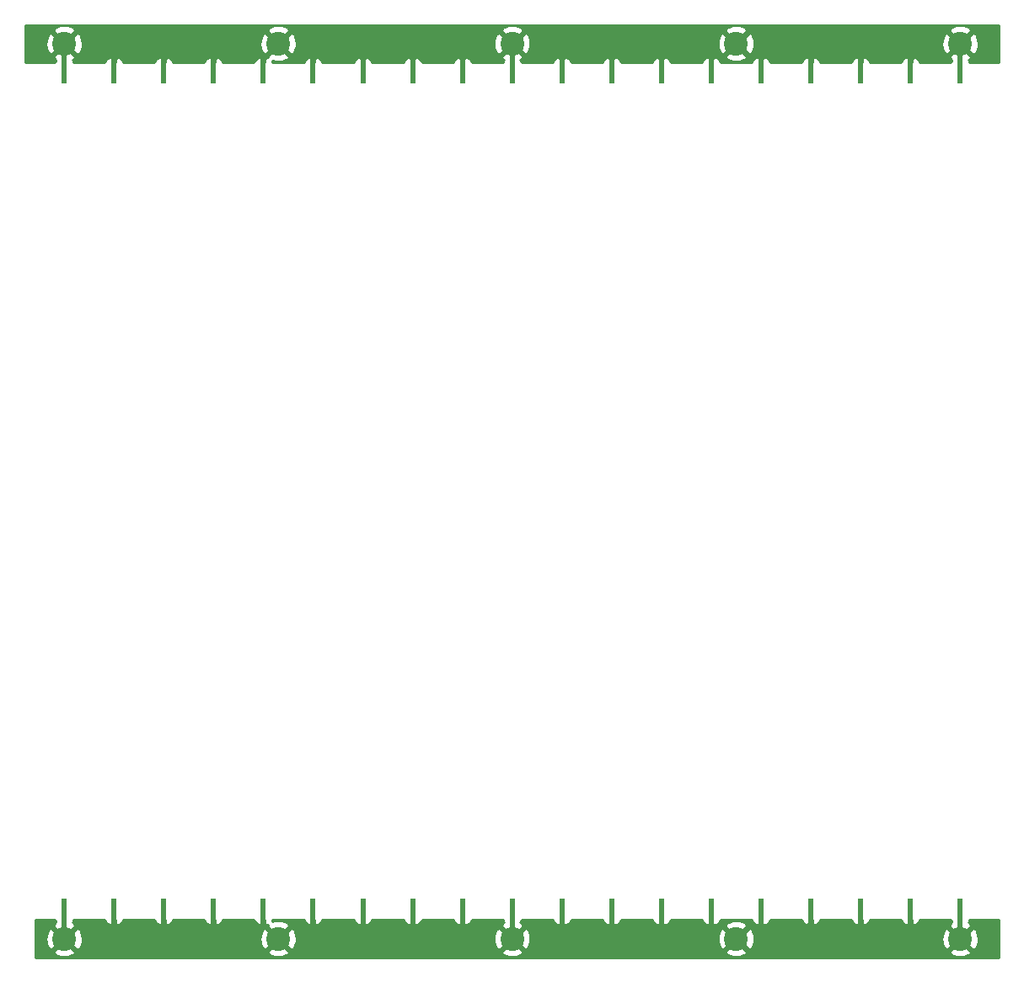
<source format=gbr>
G04 #@! TF.GenerationSoftware,KiCad,Pcbnew,5.1.5-1.fc30*
G04 #@! TF.CreationDate,2021-07-11T15:27:42+02:00*
G04 #@! TF.ProjectId,wire-haloscope,77697265-2d68-4616-9c6f-73636f70652e,rev?*
G04 #@! TF.SameCoordinates,Original*
G04 #@! TF.FileFunction,Copper,L1,Top*
G04 #@! TF.FilePolarity,Positive*
%FSLAX46Y46*%
G04 Gerber Fmt 4.6, Leading zero omitted, Abs format (unit mm)*
G04 Created by KiCad (PCBNEW 5.1.5-1.fc30) date 2021-07-11 15:27:42*
%MOMM*%
%LPD*%
G04 APERTURE LIST*
%ADD10R,0.600000X2.000000*%
%ADD11C,2.400000*%
%ADD12C,0.100000*%
%ADD13C,0.508000*%
%ADD14C,0.254000*%
G04 APERTURE END LIST*
D10*
X145000000Y-137000000D03*
X140000000Y-137000000D03*
X135000000Y-137000000D03*
X130000000Y-137000000D03*
X125000000Y-137000000D03*
X120000000Y-137000000D03*
X115000000Y-137000000D03*
X110000000Y-137000000D03*
X105000000Y-137000000D03*
X100000000Y-137000000D03*
X95000000Y-137000000D03*
X90000000Y-137000000D03*
X85000000Y-137000000D03*
X80000000Y-137000000D03*
X75000000Y-137000000D03*
X70000000Y-137000000D03*
X65000000Y-137000000D03*
X60000000Y-137000000D03*
X55000000Y-137000000D03*
X145000000Y-53000000D03*
X140000000Y-53000000D03*
X135000000Y-53000000D03*
X130000000Y-53000000D03*
X125000000Y-53000000D03*
X120000000Y-53000000D03*
X115000000Y-53000000D03*
X110000000Y-53000000D03*
X105000000Y-53000000D03*
X100000000Y-53000000D03*
X95000000Y-53000000D03*
X90000000Y-53000000D03*
X85000000Y-53000000D03*
X80000000Y-53000000D03*
X75000000Y-53000000D03*
X70000000Y-53000000D03*
X65000000Y-53000000D03*
X60000000Y-53000000D03*
X55000000Y-53000000D03*
D11*
X55000000Y-50000000D03*
X76500000Y-50000000D03*
X100000000Y-50000000D03*
X122500000Y-50000000D03*
X145000000Y-50000000D03*
X55000000Y-140000000D03*
X76500000Y-140000000D03*
X100000000Y-140000000D03*
X122500000Y-140000000D03*
X145000000Y-140000000D03*
D12*
X76500000Y-50000000D02*
X75300001Y-51199999D01*
X75300001Y-51199999D02*
X75000000Y-51500000D01*
X75000000Y-51500000D02*
X75000000Y-53000000D01*
D13*
X100000000Y-140000000D02*
X100000000Y-137000000D01*
X100000000Y-53000000D02*
X100000000Y-50000000D01*
X145000000Y-53000000D02*
X145000000Y-50000000D01*
X105000000Y-53000000D02*
X105000000Y-51000000D01*
X110000000Y-51492000D02*
X109500000Y-50992000D01*
X110000000Y-53000000D02*
X110000000Y-51492000D01*
X95000000Y-53000000D02*
X95000000Y-51500000D01*
X90000000Y-51492000D02*
X90500000Y-50992000D01*
X90000000Y-53000000D02*
X90000000Y-51492000D01*
X80000000Y-51492000D02*
X80500000Y-50992000D01*
X80000000Y-53000000D02*
X80000000Y-51492000D01*
X85000000Y-53000000D02*
X85000000Y-50500000D01*
X75000000Y-53000000D02*
X75000000Y-51492000D01*
X90000000Y-137000000D02*
X90000000Y-139000000D01*
X80000000Y-137000000D02*
X80000000Y-139000000D01*
X75000000Y-137000000D02*
X75000000Y-138500000D01*
X70000000Y-137000000D02*
X70000000Y-139500000D01*
X65000000Y-137000000D02*
X65000000Y-139500000D01*
X60000000Y-137000000D02*
X60000000Y-139000000D01*
X120000000Y-137000000D02*
X120000000Y-138508000D01*
X115000000Y-137000000D02*
X115000000Y-139500000D01*
X110000000Y-137000000D02*
X110000000Y-139500000D01*
X125000000Y-137000000D02*
X125000000Y-138508000D01*
X130000000Y-138508000D02*
X129500000Y-139008000D01*
X130000000Y-137000000D02*
X130000000Y-138508000D01*
X140000000Y-137000000D02*
X140000000Y-138508000D01*
X145000000Y-137000000D02*
X145000000Y-140000000D01*
X135000000Y-137000000D02*
X135000000Y-140000000D01*
X130000000Y-137000000D02*
X130000000Y-140000000D01*
X60000000Y-53000000D02*
X60000000Y-51492000D01*
X65000000Y-53000000D02*
X65000000Y-50500000D01*
X115000000Y-53000000D02*
X115000000Y-51000000D01*
X115000000Y-51000000D02*
X115000000Y-50500000D01*
X120000000Y-53000000D02*
X120000000Y-51000000D01*
X125000000Y-53000000D02*
X125000000Y-50500000D01*
X130000000Y-53000000D02*
X130000000Y-50500000D01*
X135000000Y-53000000D02*
X135000000Y-50000000D01*
X140000000Y-51492000D02*
X140500000Y-50992000D01*
X140000000Y-53000000D02*
X140000000Y-51492000D01*
X85000000Y-137000000D02*
X85000000Y-138508000D01*
X95000000Y-137000000D02*
X95000000Y-140000000D01*
X110000000Y-137000000D02*
X110000000Y-140500000D01*
X105000000Y-137000000D02*
X105000000Y-140000000D01*
X55000000Y-137000000D02*
X55000000Y-140000000D01*
X65000000Y-53000000D02*
X65000000Y-51492000D01*
X70000000Y-53000000D02*
X70000000Y-50000000D01*
X65000000Y-51492000D02*
X65000000Y-50000000D01*
X55000000Y-53000000D02*
X55000000Y-50000000D01*
D14*
G36*
X148873000Y-51873000D02*
G01*
X145925048Y-51873000D01*
X145889502Y-51755820D01*
X145830537Y-51645506D01*
X145828489Y-51643011D01*
X145978486Y-51562836D01*
X146098374Y-51277980D01*
X145000000Y-50179605D01*
X143901626Y-51277980D01*
X144021514Y-51562836D01*
X144174794Y-51639010D01*
X144169463Y-51645506D01*
X144110498Y-51755820D01*
X144074952Y-51873000D01*
X140925048Y-51873000D01*
X140889502Y-51755820D01*
X140830537Y-51645506D01*
X140751185Y-51548815D01*
X140654494Y-51469463D01*
X140544180Y-51410498D01*
X140424482Y-51374188D01*
X140300000Y-51361928D01*
X140285750Y-51365000D01*
X140127000Y-51523750D01*
X140127000Y-51873000D01*
X139873000Y-51873000D01*
X139873000Y-51523750D01*
X139714250Y-51365000D01*
X139700000Y-51361928D01*
X139575518Y-51374188D01*
X139455820Y-51410498D01*
X139345506Y-51469463D01*
X139248815Y-51548815D01*
X139169463Y-51645506D01*
X139110498Y-51755820D01*
X139074952Y-51873000D01*
X135925048Y-51873000D01*
X135889502Y-51755820D01*
X135830537Y-51645506D01*
X135751185Y-51548815D01*
X135654494Y-51469463D01*
X135544180Y-51410498D01*
X135424482Y-51374188D01*
X135300000Y-51361928D01*
X135285750Y-51365000D01*
X135127000Y-51523750D01*
X135127000Y-51873000D01*
X134873000Y-51873000D01*
X134873000Y-51523750D01*
X134714250Y-51365000D01*
X134700000Y-51361928D01*
X134575518Y-51374188D01*
X134455820Y-51410498D01*
X134345506Y-51469463D01*
X134248815Y-51548815D01*
X134169463Y-51645506D01*
X134110498Y-51755820D01*
X134074952Y-51873000D01*
X130925048Y-51873000D01*
X130889502Y-51755820D01*
X130830537Y-51645506D01*
X130751185Y-51548815D01*
X130654494Y-51469463D01*
X130544180Y-51410498D01*
X130424482Y-51374188D01*
X130300000Y-51361928D01*
X130285750Y-51365000D01*
X130127000Y-51523750D01*
X130127000Y-51873000D01*
X129873000Y-51873000D01*
X129873000Y-51523750D01*
X129714250Y-51365000D01*
X129700000Y-51361928D01*
X129575518Y-51374188D01*
X129455820Y-51410498D01*
X129345506Y-51469463D01*
X129248815Y-51548815D01*
X129169463Y-51645506D01*
X129110498Y-51755820D01*
X129074952Y-51873000D01*
X125925048Y-51873000D01*
X125889502Y-51755820D01*
X125830537Y-51645506D01*
X125751185Y-51548815D01*
X125654494Y-51469463D01*
X125544180Y-51410498D01*
X125424482Y-51374188D01*
X125300000Y-51361928D01*
X125285750Y-51365000D01*
X125127000Y-51523750D01*
X125127000Y-51873000D01*
X124873000Y-51873000D01*
X124873000Y-51523750D01*
X124714250Y-51365000D01*
X124700000Y-51361928D01*
X124575518Y-51374188D01*
X124455820Y-51410498D01*
X124345506Y-51469463D01*
X124248815Y-51548815D01*
X124169463Y-51645506D01*
X124110498Y-51755820D01*
X124074952Y-51873000D01*
X120925048Y-51873000D01*
X120889502Y-51755820D01*
X120830537Y-51645506D01*
X120751185Y-51548815D01*
X120654494Y-51469463D01*
X120544180Y-51410498D01*
X120424482Y-51374188D01*
X120300000Y-51361928D01*
X120285750Y-51365000D01*
X120127000Y-51523750D01*
X120127000Y-51873000D01*
X119873000Y-51873000D01*
X119873000Y-51523750D01*
X119714250Y-51365000D01*
X119700000Y-51361928D01*
X119575518Y-51374188D01*
X119455820Y-51410498D01*
X119345506Y-51469463D01*
X119248815Y-51548815D01*
X119169463Y-51645506D01*
X119110498Y-51755820D01*
X119074952Y-51873000D01*
X115925048Y-51873000D01*
X115889502Y-51755820D01*
X115830537Y-51645506D01*
X115751185Y-51548815D01*
X115654494Y-51469463D01*
X115544180Y-51410498D01*
X115424482Y-51374188D01*
X115300000Y-51361928D01*
X115285750Y-51365000D01*
X115127000Y-51523750D01*
X115127000Y-51873000D01*
X114873000Y-51873000D01*
X114873000Y-51523750D01*
X114714250Y-51365000D01*
X114700000Y-51361928D01*
X114575518Y-51374188D01*
X114455820Y-51410498D01*
X114345506Y-51469463D01*
X114248815Y-51548815D01*
X114169463Y-51645506D01*
X114110498Y-51755820D01*
X114074952Y-51873000D01*
X110925048Y-51873000D01*
X110889502Y-51755820D01*
X110830537Y-51645506D01*
X110751185Y-51548815D01*
X110654494Y-51469463D01*
X110544180Y-51410498D01*
X110424482Y-51374188D01*
X110300000Y-51361928D01*
X110285750Y-51365000D01*
X110127000Y-51523750D01*
X110127000Y-51873000D01*
X109873000Y-51873000D01*
X109873000Y-51523750D01*
X109714250Y-51365000D01*
X109700000Y-51361928D01*
X109575518Y-51374188D01*
X109455820Y-51410498D01*
X109345506Y-51469463D01*
X109248815Y-51548815D01*
X109169463Y-51645506D01*
X109110498Y-51755820D01*
X109074952Y-51873000D01*
X105925048Y-51873000D01*
X105889502Y-51755820D01*
X105830537Y-51645506D01*
X105751185Y-51548815D01*
X105654494Y-51469463D01*
X105544180Y-51410498D01*
X105424482Y-51374188D01*
X105300000Y-51361928D01*
X105285750Y-51365000D01*
X105127000Y-51523750D01*
X105127000Y-51873000D01*
X104873000Y-51873000D01*
X104873000Y-51523750D01*
X104714250Y-51365000D01*
X104700000Y-51361928D01*
X104575518Y-51374188D01*
X104455820Y-51410498D01*
X104345506Y-51469463D01*
X104248815Y-51548815D01*
X104169463Y-51645506D01*
X104110498Y-51755820D01*
X104074952Y-51873000D01*
X100925048Y-51873000D01*
X100889502Y-51755820D01*
X100830537Y-51645506D01*
X100828489Y-51643011D01*
X100978486Y-51562836D01*
X101098374Y-51277980D01*
X121401626Y-51277980D01*
X121521514Y-51562836D01*
X121845210Y-51723699D01*
X122194069Y-51818322D01*
X122554684Y-51843067D01*
X122913198Y-51796985D01*
X123255833Y-51681846D01*
X123478486Y-51562836D01*
X123598374Y-51277980D01*
X122500000Y-50179605D01*
X121401626Y-51277980D01*
X101098374Y-51277980D01*
X100000000Y-50179605D01*
X98901626Y-51277980D01*
X99021514Y-51562836D01*
X99174794Y-51639010D01*
X99169463Y-51645506D01*
X99110498Y-51755820D01*
X99074952Y-51873000D01*
X95925048Y-51873000D01*
X95889502Y-51755820D01*
X95830537Y-51645506D01*
X95751185Y-51548815D01*
X95654494Y-51469463D01*
X95544180Y-51410498D01*
X95424482Y-51374188D01*
X95300000Y-51361928D01*
X95285750Y-51365000D01*
X95127000Y-51523750D01*
X95127000Y-51873000D01*
X94873000Y-51873000D01*
X94873000Y-51523750D01*
X94714250Y-51365000D01*
X94700000Y-51361928D01*
X94575518Y-51374188D01*
X94455820Y-51410498D01*
X94345506Y-51469463D01*
X94248815Y-51548815D01*
X94169463Y-51645506D01*
X94110498Y-51755820D01*
X94074952Y-51873000D01*
X90925048Y-51873000D01*
X90889502Y-51755820D01*
X90830537Y-51645506D01*
X90751185Y-51548815D01*
X90654494Y-51469463D01*
X90544180Y-51410498D01*
X90424482Y-51374188D01*
X90300000Y-51361928D01*
X90285750Y-51365000D01*
X90127000Y-51523750D01*
X90127000Y-51873000D01*
X89873000Y-51873000D01*
X89873000Y-51523750D01*
X89714250Y-51365000D01*
X89700000Y-51361928D01*
X89575518Y-51374188D01*
X89455820Y-51410498D01*
X89345506Y-51469463D01*
X89248815Y-51548815D01*
X89169463Y-51645506D01*
X89110498Y-51755820D01*
X89074952Y-51873000D01*
X85925048Y-51873000D01*
X85889502Y-51755820D01*
X85830537Y-51645506D01*
X85751185Y-51548815D01*
X85654494Y-51469463D01*
X85544180Y-51410498D01*
X85424482Y-51374188D01*
X85300000Y-51361928D01*
X85285750Y-51365000D01*
X85127000Y-51523750D01*
X85127000Y-51873000D01*
X84873000Y-51873000D01*
X84873000Y-51523750D01*
X84714250Y-51365000D01*
X84700000Y-51361928D01*
X84575518Y-51374188D01*
X84455820Y-51410498D01*
X84345506Y-51469463D01*
X84248815Y-51548815D01*
X84169463Y-51645506D01*
X84110498Y-51755820D01*
X84074952Y-51873000D01*
X80925048Y-51873000D01*
X80889502Y-51755820D01*
X80830537Y-51645506D01*
X80751185Y-51548815D01*
X80654494Y-51469463D01*
X80544180Y-51410498D01*
X80424482Y-51374188D01*
X80300000Y-51361928D01*
X80285750Y-51365000D01*
X80127000Y-51523750D01*
X80127000Y-51873000D01*
X79873000Y-51873000D01*
X79873000Y-51523750D01*
X79714250Y-51365000D01*
X79700000Y-51361928D01*
X79575518Y-51374188D01*
X79455820Y-51410498D01*
X79345506Y-51469463D01*
X79248815Y-51548815D01*
X79169463Y-51645506D01*
X79110498Y-51755820D01*
X79074952Y-51873000D01*
X75925048Y-51873000D01*
X75889502Y-51755820D01*
X75876932Y-51732303D01*
X76194069Y-51818322D01*
X76554684Y-51843067D01*
X76913198Y-51796985D01*
X77255833Y-51681846D01*
X77478486Y-51562836D01*
X77598374Y-51277980D01*
X76500000Y-50179605D01*
X75401626Y-51277980D01*
X75444698Y-51380321D01*
X75424482Y-51374188D01*
X75300000Y-51361928D01*
X75285750Y-51365000D01*
X75127000Y-51523750D01*
X75127000Y-51873000D01*
X74873000Y-51873000D01*
X74873000Y-51523750D01*
X74714250Y-51365000D01*
X74700000Y-51361928D01*
X74575518Y-51374188D01*
X74455820Y-51410498D01*
X74345506Y-51469463D01*
X74248815Y-51548815D01*
X74169463Y-51645506D01*
X74110498Y-51755820D01*
X74074952Y-51873000D01*
X70925048Y-51873000D01*
X70889502Y-51755820D01*
X70830537Y-51645506D01*
X70751185Y-51548815D01*
X70654494Y-51469463D01*
X70544180Y-51410498D01*
X70424482Y-51374188D01*
X70300000Y-51361928D01*
X70285750Y-51365000D01*
X70127000Y-51523750D01*
X70127000Y-51873000D01*
X69873000Y-51873000D01*
X69873000Y-51523750D01*
X69714250Y-51365000D01*
X69700000Y-51361928D01*
X69575518Y-51374188D01*
X69455820Y-51410498D01*
X69345506Y-51469463D01*
X69248815Y-51548815D01*
X69169463Y-51645506D01*
X69110498Y-51755820D01*
X69074952Y-51873000D01*
X65925048Y-51873000D01*
X65889502Y-51755820D01*
X65830537Y-51645506D01*
X65751185Y-51548815D01*
X65654494Y-51469463D01*
X65544180Y-51410498D01*
X65424482Y-51374188D01*
X65300000Y-51361928D01*
X65285750Y-51365000D01*
X65127000Y-51523750D01*
X65127000Y-51873000D01*
X64873000Y-51873000D01*
X64873000Y-51523750D01*
X64714250Y-51365000D01*
X64700000Y-51361928D01*
X64575518Y-51374188D01*
X64455820Y-51410498D01*
X64345506Y-51469463D01*
X64248815Y-51548815D01*
X64169463Y-51645506D01*
X64110498Y-51755820D01*
X64074952Y-51873000D01*
X60925048Y-51873000D01*
X60889502Y-51755820D01*
X60830537Y-51645506D01*
X60751185Y-51548815D01*
X60654494Y-51469463D01*
X60544180Y-51410498D01*
X60424482Y-51374188D01*
X60300000Y-51361928D01*
X60285750Y-51365000D01*
X60127000Y-51523750D01*
X60127000Y-51873000D01*
X59873000Y-51873000D01*
X59873000Y-51523750D01*
X59714250Y-51365000D01*
X59700000Y-51361928D01*
X59575518Y-51374188D01*
X59455820Y-51410498D01*
X59345506Y-51469463D01*
X59248815Y-51548815D01*
X59169463Y-51645506D01*
X59110498Y-51755820D01*
X59074952Y-51873000D01*
X55925048Y-51873000D01*
X55889502Y-51755820D01*
X55830537Y-51645506D01*
X55828489Y-51643011D01*
X55978486Y-51562836D01*
X56098374Y-51277980D01*
X55000000Y-50179605D01*
X53901626Y-51277980D01*
X54021514Y-51562836D01*
X54174794Y-51639010D01*
X54169463Y-51645506D01*
X54110498Y-51755820D01*
X54074952Y-51873000D01*
X51127000Y-51873000D01*
X51127000Y-50054684D01*
X53156933Y-50054684D01*
X53203015Y-50413198D01*
X53318154Y-50755833D01*
X53437164Y-50978486D01*
X53722020Y-51098374D01*
X54820395Y-50000000D01*
X55179605Y-50000000D01*
X56277980Y-51098374D01*
X56562836Y-50978486D01*
X56723699Y-50654790D01*
X56818322Y-50305931D01*
X56835562Y-50054684D01*
X74656933Y-50054684D01*
X74703015Y-50413198D01*
X74818154Y-50755833D01*
X74937164Y-50978486D01*
X75222020Y-51098374D01*
X76320395Y-50000000D01*
X76679605Y-50000000D01*
X77777980Y-51098374D01*
X78062836Y-50978486D01*
X78223699Y-50654790D01*
X78318322Y-50305931D01*
X78335562Y-50054684D01*
X98156933Y-50054684D01*
X98203015Y-50413198D01*
X98318154Y-50755833D01*
X98437164Y-50978486D01*
X98722020Y-51098374D01*
X99820395Y-50000000D01*
X100179605Y-50000000D01*
X101277980Y-51098374D01*
X101562836Y-50978486D01*
X101723699Y-50654790D01*
X101818322Y-50305931D01*
X101835562Y-50054684D01*
X120656933Y-50054684D01*
X120703015Y-50413198D01*
X120818154Y-50755833D01*
X120937164Y-50978486D01*
X121222020Y-51098374D01*
X122320395Y-50000000D01*
X122679605Y-50000000D01*
X123777980Y-51098374D01*
X124062836Y-50978486D01*
X124223699Y-50654790D01*
X124318322Y-50305931D01*
X124335562Y-50054684D01*
X143156933Y-50054684D01*
X143203015Y-50413198D01*
X143318154Y-50755833D01*
X143437164Y-50978486D01*
X143722020Y-51098374D01*
X144820395Y-50000000D01*
X145179605Y-50000000D01*
X146277980Y-51098374D01*
X146562836Y-50978486D01*
X146723699Y-50654790D01*
X146818322Y-50305931D01*
X146843067Y-49945316D01*
X146796985Y-49586802D01*
X146681846Y-49244167D01*
X146562836Y-49021514D01*
X146277980Y-48901626D01*
X145179605Y-50000000D01*
X144820395Y-50000000D01*
X143722020Y-48901626D01*
X143437164Y-49021514D01*
X143276301Y-49345210D01*
X143181678Y-49694069D01*
X143156933Y-50054684D01*
X124335562Y-50054684D01*
X124343067Y-49945316D01*
X124296985Y-49586802D01*
X124181846Y-49244167D01*
X124062836Y-49021514D01*
X123777980Y-48901626D01*
X122679605Y-50000000D01*
X122320395Y-50000000D01*
X121222020Y-48901626D01*
X120937164Y-49021514D01*
X120776301Y-49345210D01*
X120681678Y-49694069D01*
X120656933Y-50054684D01*
X101835562Y-50054684D01*
X101843067Y-49945316D01*
X101796985Y-49586802D01*
X101681846Y-49244167D01*
X101562836Y-49021514D01*
X101277980Y-48901626D01*
X100179605Y-50000000D01*
X99820395Y-50000000D01*
X98722020Y-48901626D01*
X98437164Y-49021514D01*
X98276301Y-49345210D01*
X98181678Y-49694069D01*
X98156933Y-50054684D01*
X78335562Y-50054684D01*
X78343067Y-49945316D01*
X78296985Y-49586802D01*
X78181846Y-49244167D01*
X78062836Y-49021514D01*
X77777980Y-48901626D01*
X76679605Y-50000000D01*
X76320395Y-50000000D01*
X75222020Y-48901626D01*
X74937164Y-49021514D01*
X74776301Y-49345210D01*
X74681678Y-49694069D01*
X74656933Y-50054684D01*
X56835562Y-50054684D01*
X56843067Y-49945316D01*
X56796985Y-49586802D01*
X56681846Y-49244167D01*
X56562836Y-49021514D01*
X56277980Y-48901626D01*
X55179605Y-50000000D01*
X54820395Y-50000000D01*
X53722020Y-48901626D01*
X53437164Y-49021514D01*
X53276301Y-49345210D01*
X53181678Y-49694069D01*
X53156933Y-50054684D01*
X51127000Y-50054684D01*
X51127000Y-48722020D01*
X53901626Y-48722020D01*
X55000000Y-49820395D01*
X56098374Y-48722020D01*
X75401626Y-48722020D01*
X76500000Y-49820395D01*
X77598374Y-48722020D01*
X98901626Y-48722020D01*
X100000000Y-49820395D01*
X101098374Y-48722020D01*
X121401626Y-48722020D01*
X122500000Y-49820395D01*
X123598374Y-48722020D01*
X143901626Y-48722020D01*
X145000000Y-49820395D01*
X146098374Y-48722020D01*
X145978486Y-48437164D01*
X145654790Y-48276301D01*
X145305931Y-48181678D01*
X144945316Y-48156933D01*
X144586802Y-48203015D01*
X144244167Y-48318154D01*
X144021514Y-48437164D01*
X143901626Y-48722020D01*
X123598374Y-48722020D01*
X123478486Y-48437164D01*
X123154790Y-48276301D01*
X122805931Y-48181678D01*
X122445316Y-48156933D01*
X122086802Y-48203015D01*
X121744167Y-48318154D01*
X121521514Y-48437164D01*
X121401626Y-48722020D01*
X101098374Y-48722020D01*
X100978486Y-48437164D01*
X100654790Y-48276301D01*
X100305931Y-48181678D01*
X99945316Y-48156933D01*
X99586802Y-48203015D01*
X99244167Y-48318154D01*
X99021514Y-48437164D01*
X98901626Y-48722020D01*
X77598374Y-48722020D01*
X77478486Y-48437164D01*
X77154790Y-48276301D01*
X76805931Y-48181678D01*
X76445316Y-48156933D01*
X76086802Y-48203015D01*
X75744167Y-48318154D01*
X75521514Y-48437164D01*
X75401626Y-48722020D01*
X56098374Y-48722020D01*
X55978486Y-48437164D01*
X55654790Y-48276301D01*
X55305931Y-48181678D01*
X54945316Y-48156933D01*
X54586802Y-48203015D01*
X54244167Y-48318154D01*
X54021514Y-48437164D01*
X53901626Y-48722020D01*
X51127000Y-48722020D01*
X51127000Y-48127000D01*
X148873000Y-48127000D01*
X148873000Y-51873000D01*
G37*
X148873000Y-51873000D02*
X145925048Y-51873000D01*
X145889502Y-51755820D01*
X145830537Y-51645506D01*
X145828489Y-51643011D01*
X145978486Y-51562836D01*
X146098374Y-51277980D01*
X145000000Y-50179605D01*
X143901626Y-51277980D01*
X144021514Y-51562836D01*
X144174794Y-51639010D01*
X144169463Y-51645506D01*
X144110498Y-51755820D01*
X144074952Y-51873000D01*
X140925048Y-51873000D01*
X140889502Y-51755820D01*
X140830537Y-51645506D01*
X140751185Y-51548815D01*
X140654494Y-51469463D01*
X140544180Y-51410498D01*
X140424482Y-51374188D01*
X140300000Y-51361928D01*
X140285750Y-51365000D01*
X140127000Y-51523750D01*
X140127000Y-51873000D01*
X139873000Y-51873000D01*
X139873000Y-51523750D01*
X139714250Y-51365000D01*
X139700000Y-51361928D01*
X139575518Y-51374188D01*
X139455820Y-51410498D01*
X139345506Y-51469463D01*
X139248815Y-51548815D01*
X139169463Y-51645506D01*
X139110498Y-51755820D01*
X139074952Y-51873000D01*
X135925048Y-51873000D01*
X135889502Y-51755820D01*
X135830537Y-51645506D01*
X135751185Y-51548815D01*
X135654494Y-51469463D01*
X135544180Y-51410498D01*
X135424482Y-51374188D01*
X135300000Y-51361928D01*
X135285750Y-51365000D01*
X135127000Y-51523750D01*
X135127000Y-51873000D01*
X134873000Y-51873000D01*
X134873000Y-51523750D01*
X134714250Y-51365000D01*
X134700000Y-51361928D01*
X134575518Y-51374188D01*
X134455820Y-51410498D01*
X134345506Y-51469463D01*
X134248815Y-51548815D01*
X134169463Y-51645506D01*
X134110498Y-51755820D01*
X134074952Y-51873000D01*
X130925048Y-51873000D01*
X130889502Y-51755820D01*
X130830537Y-51645506D01*
X130751185Y-51548815D01*
X130654494Y-51469463D01*
X130544180Y-51410498D01*
X130424482Y-51374188D01*
X130300000Y-51361928D01*
X130285750Y-51365000D01*
X130127000Y-51523750D01*
X130127000Y-51873000D01*
X129873000Y-51873000D01*
X129873000Y-51523750D01*
X129714250Y-51365000D01*
X129700000Y-51361928D01*
X129575518Y-51374188D01*
X129455820Y-51410498D01*
X129345506Y-51469463D01*
X129248815Y-51548815D01*
X129169463Y-51645506D01*
X129110498Y-51755820D01*
X129074952Y-51873000D01*
X125925048Y-51873000D01*
X125889502Y-51755820D01*
X125830537Y-51645506D01*
X125751185Y-51548815D01*
X125654494Y-51469463D01*
X125544180Y-51410498D01*
X125424482Y-51374188D01*
X125300000Y-51361928D01*
X125285750Y-51365000D01*
X125127000Y-51523750D01*
X125127000Y-51873000D01*
X124873000Y-51873000D01*
X124873000Y-51523750D01*
X124714250Y-51365000D01*
X124700000Y-51361928D01*
X124575518Y-51374188D01*
X124455820Y-51410498D01*
X124345506Y-51469463D01*
X124248815Y-51548815D01*
X124169463Y-51645506D01*
X124110498Y-51755820D01*
X124074952Y-51873000D01*
X120925048Y-51873000D01*
X120889502Y-51755820D01*
X120830537Y-51645506D01*
X120751185Y-51548815D01*
X120654494Y-51469463D01*
X120544180Y-51410498D01*
X120424482Y-51374188D01*
X120300000Y-51361928D01*
X120285750Y-51365000D01*
X120127000Y-51523750D01*
X120127000Y-51873000D01*
X119873000Y-51873000D01*
X119873000Y-51523750D01*
X119714250Y-51365000D01*
X119700000Y-51361928D01*
X119575518Y-51374188D01*
X119455820Y-51410498D01*
X119345506Y-51469463D01*
X119248815Y-51548815D01*
X119169463Y-51645506D01*
X119110498Y-51755820D01*
X119074952Y-51873000D01*
X115925048Y-51873000D01*
X115889502Y-51755820D01*
X115830537Y-51645506D01*
X115751185Y-51548815D01*
X115654494Y-51469463D01*
X115544180Y-51410498D01*
X115424482Y-51374188D01*
X115300000Y-51361928D01*
X115285750Y-51365000D01*
X115127000Y-51523750D01*
X115127000Y-51873000D01*
X114873000Y-51873000D01*
X114873000Y-51523750D01*
X114714250Y-51365000D01*
X114700000Y-51361928D01*
X114575518Y-51374188D01*
X114455820Y-51410498D01*
X114345506Y-51469463D01*
X114248815Y-51548815D01*
X114169463Y-51645506D01*
X114110498Y-51755820D01*
X114074952Y-51873000D01*
X110925048Y-51873000D01*
X110889502Y-51755820D01*
X110830537Y-51645506D01*
X110751185Y-51548815D01*
X110654494Y-51469463D01*
X110544180Y-51410498D01*
X110424482Y-51374188D01*
X110300000Y-51361928D01*
X110285750Y-51365000D01*
X110127000Y-51523750D01*
X110127000Y-51873000D01*
X109873000Y-51873000D01*
X109873000Y-51523750D01*
X109714250Y-51365000D01*
X109700000Y-51361928D01*
X109575518Y-51374188D01*
X109455820Y-51410498D01*
X109345506Y-51469463D01*
X109248815Y-51548815D01*
X109169463Y-51645506D01*
X109110498Y-51755820D01*
X109074952Y-51873000D01*
X105925048Y-51873000D01*
X105889502Y-51755820D01*
X105830537Y-51645506D01*
X105751185Y-51548815D01*
X105654494Y-51469463D01*
X105544180Y-51410498D01*
X105424482Y-51374188D01*
X105300000Y-51361928D01*
X105285750Y-51365000D01*
X105127000Y-51523750D01*
X105127000Y-51873000D01*
X104873000Y-51873000D01*
X104873000Y-51523750D01*
X104714250Y-51365000D01*
X104700000Y-51361928D01*
X104575518Y-51374188D01*
X104455820Y-51410498D01*
X104345506Y-51469463D01*
X104248815Y-51548815D01*
X104169463Y-51645506D01*
X104110498Y-51755820D01*
X104074952Y-51873000D01*
X100925048Y-51873000D01*
X100889502Y-51755820D01*
X100830537Y-51645506D01*
X100828489Y-51643011D01*
X100978486Y-51562836D01*
X101098374Y-51277980D01*
X121401626Y-51277980D01*
X121521514Y-51562836D01*
X121845210Y-51723699D01*
X122194069Y-51818322D01*
X122554684Y-51843067D01*
X122913198Y-51796985D01*
X123255833Y-51681846D01*
X123478486Y-51562836D01*
X123598374Y-51277980D01*
X122500000Y-50179605D01*
X121401626Y-51277980D01*
X101098374Y-51277980D01*
X100000000Y-50179605D01*
X98901626Y-51277980D01*
X99021514Y-51562836D01*
X99174794Y-51639010D01*
X99169463Y-51645506D01*
X99110498Y-51755820D01*
X99074952Y-51873000D01*
X95925048Y-51873000D01*
X95889502Y-51755820D01*
X95830537Y-51645506D01*
X95751185Y-51548815D01*
X95654494Y-51469463D01*
X95544180Y-51410498D01*
X95424482Y-51374188D01*
X95300000Y-51361928D01*
X95285750Y-51365000D01*
X95127000Y-51523750D01*
X95127000Y-51873000D01*
X94873000Y-51873000D01*
X94873000Y-51523750D01*
X94714250Y-51365000D01*
X94700000Y-51361928D01*
X94575518Y-51374188D01*
X94455820Y-51410498D01*
X94345506Y-51469463D01*
X94248815Y-51548815D01*
X94169463Y-51645506D01*
X94110498Y-51755820D01*
X94074952Y-51873000D01*
X90925048Y-51873000D01*
X90889502Y-51755820D01*
X90830537Y-51645506D01*
X90751185Y-51548815D01*
X90654494Y-51469463D01*
X90544180Y-51410498D01*
X90424482Y-51374188D01*
X90300000Y-51361928D01*
X90285750Y-51365000D01*
X90127000Y-51523750D01*
X90127000Y-51873000D01*
X89873000Y-51873000D01*
X89873000Y-51523750D01*
X89714250Y-51365000D01*
X89700000Y-51361928D01*
X89575518Y-51374188D01*
X89455820Y-51410498D01*
X89345506Y-51469463D01*
X89248815Y-51548815D01*
X89169463Y-51645506D01*
X89110498Y-51755820D01*
X89074952Y-51873000D01*
X85925048Y-51873000D01*
X85889502Y-51755820D01*
X85830537Y-51645506D01*
X85751185Y-51548815D01*
X85654494Y-51469463D01*
X85544180Y-51410498D01*
X85424482Y-51374188D01*
X85300000Y-51361928D01*
X85285750Y-51365000D01*
X85127000Y-51523750D01*
X85127000Y-51873000D01*
X84873000Y-51873000D01*
X84873000Y-51523750D01*
X84714250Y-51365000D01*
X84700000Y-51361928D01*
X84575518Y-51374188D01*
X84455820Y-51410498D01*
X84345506Y-51469463D01*
X84248815Y-51548815D01*
X84169463Y-51645506D01*
X84110498Y-51755820D01*
X84074952Y-51873000D01*
X80925048Y-51873000D01*
X80889502Y-51755820D01*
X80830537Y-51645506D01*
X80751185Y-51548815D01*
X80654494Y-51469463D01*
X80544180Y-51410498D01*
X80424482Y-51374188D01*
X80300000Y-51361928D01*
X80285750Y-51365000D01*
X80127000Y-51523750D01*
X80127000Y-51873000D01*
X79873000Y-51873000D01*
X79873000Y-51523750D01*
X79714250Y-51365000D01*
X79700000Y-51361928D01*
X79575518Y-51374188D01*
X79455820Y-51410498D01*
X79345506Y-51469463D01*
X79248815Y-51548815D01*
X79169463Y-51645506D01*
X79110498Y-51755820D01*
X79074952Y-51873000D01*
X75925048Y-51873000D01*
X75889502Y-51755820D01*
X75876932Y-51732303D01*
X76194069Y-51818322D01*
X76554684Y-51843067D01*
X76913198Y-51796985D01*
X77255833Y-51681846D01*
X77478486Y-51562836D01*
X77598374Y-51277980D01*
X76500000Y-50179605D01*
X75401626Y-51277980D01*
X75444698Y-51380321D01*
X75424482Y-51374188D01*
X75300000Y-51361928D01*
X75285750Y-51365000D01*
X75127000Y-51523750D01*
X75127000Y-51873000D01*
X74873000Y-51873000D01*
X74873000Y-51523750D01*
X74714250Y-51365000D01*
X74700000Y-51361928D01*
X74575518Y-51374188D01*
X74455820Y-51410498D01*
X74345506Y-51469463D01*
X74248815Y-51548815D01*
X74169463Y-51645506D01*
X74110498Y-51755820D01*
X74074952Y-51873000D01*
X70925048Y-51873000D01*
X70889502Y-51755820D01*
X70830537Y-51645506D01*
X70751185Y-51548815D01*
X70654494Y-51469463D01*
X70544180Y-51410498D01*
X70424482Y-51374188D01*
X70300000Y-51361928D01*
X70285750Y-51365000D01*
X70127000Y-51523750D01*
X70127000Y-51873000D01*
X69873000Y-51873000D01*
X69873000Y-51523750D01*
X69714250Y-51365000D01*
X69700000Y-51361928D01*
X69575518Y-51374188D01*
X69455820Y-51410498D01*
X69345506Y-51469463D01*
X69248815Y-51548815D01*
X69169463Y-51645506D01*
X69110498Y-51755820D01*
X69074952Y-51873000D01*
X65925048Y-51873000D01*
X65889502Y-51755820D01*
X65830537Y-51645506D01*
X65751185Y-51548815D01*
X65654494Y-51469463D01*
X65544180Y-51410498D01*
X65424482Y-51374188D01*
X65300000Y-51361928D01*
X65285750Y-51365000D01*
X65127000Y-51523750D01*
X65127000Y-51873000D01*
X64873000Y-51873000D01*
X64873000Y-51523750D01*
X64714250Y-51365000D01*
X64700000Y-51361928D01*
X64575518Y-51374188D01*
X64455820Y-51410498D01*
X64345506Y-51469463D01*
X64248815Y-51548815D01*
X64169463Y-51645506D01*
X64110498Y-51755820D01*
X64074952Y-51873000D01*
X60925048Y-51873000D01*
X60889502Y-51755820D01*
X60830537Y-51645506D01*
X60751185Y-51548815D01*
X60654494Y-51469463D01*
X60544180Y-51410498D01*
X60424482Y-51374188D01*
X60300000Y-51361928D01*
X60285750Y-51365000D01*
X60127000Y-51523750D01*
X60127000Y-51873000D01*
X59873000Y-51873000D01*
X59873000Y-51523750D01*
X59714250Y-51365000D01*
X59700000Y-51361928D01*
X59575518Y-51374188D01*
X59455820Y-51410498D01*
X59345506Y-51469463D01*
X59248815Y-51548815D01*
X59169463Y-51645506D01*
X59110498Y-51755820D01*
X59074952Y-51873000D01*
X55925048Y-51873000D01*
X55889502Y-51755820D01*
X55830537Y-51645506D01*
X55828489Y-51643011D01*
X55978486Y-51562836D01*
X56098374Y-51277980D01*
X55000000Y-50179605D01*
X53901626Y-51277980D01*
X54021514Y-51562836D01*
X54174794Y-51639010D01*
X54169463Y-51645506D01*
X54110498Y-51755820D01*
X54074952Y-51873000D01*
X51127000Y-51873000D01*
X51127000Y-50054684D01*
X53156933Y-50054684D01*
X53203015Y-50413198D01*
X53318154Y-50755833D01*
X53437164Y-50978486D01*
X53722020Y-51098374D01*
X54820395Y-50000000D01*
X55179605Y-50000000D01*
X56277980Y-51098374D01*
X56562836Y-50978486D01*
X56723699Y-50654790D01*
X56818322Y-50305931D01*
X56835562Y-50054684D01*
X74656933Y-50054684D01*
X74703015Y-50413198D01*
X74818154Y-50755833D01*
X74937164Y-50978486D01*
X75222020Y-51098374D01*
X76320395Y-50000000D01*
X76679605Y-50000000D01*
X77777980Y-51098374D01*
X78062836Y-50978486D01*
X78223699Y-50654790D01*
X78318322Y-50305931D01*
X78335562Y-50054684D01*
X98156933Y-50054684D01*
X98203015Y-50413198D01*
X98318154Y-50755833D01*
X98437164Y-50978486D01*
X98722020Y-51098374D01*
X99820395Y-50000000D01*
X100179605Y-50000000D01*
X101277980Y-51098374D01*
X101562836Y-50978486D01*
X101723699Y-50654790D01*
X101818322Y-50305931D01*
X101835562Y-50054684D01*
X120656933Y-50054684D01*
X120703015Y-50413198D01*
X120818154Y-50755833D01*
X120937164Y-50978486D01*
X121222020Y-51098374D01*
X122320395Y-50000000D01*
X122679605Y-50000000D01*
X123777980Y-51098374D01*
X124062836Y-50978486D01*
X124223699Y-50654790D01*
X124318322Y-50305931D01*
X124335562Y-50054684D01*
X143156933Y-50054684D01*
X143203015Y-50413198D01*
X143318154Y-50755833D01*
X143437164Y-50978486D01*
X143722020Y-51098374D01*
X144820395Y-50000000D01*
X145179605Y-50000000D01*
X146277980Y-51098374D01*
X146562836Y-50978486D01*
X146723699Y-50654790D01*
X146818322Y-50305931D01*
X146843067Y-49945316D01*
X146796985Y-49586802D01*
X146681846Y-49244167D01*
X146562836Y-49021514D01*
X146277980Y-48901626D01*
X145179605Y-50000000D01*
X144820395Y-50000000D01*
X143722020Y-48901626D01*
X143437164Y-49021514D01*
X143276301Y-49345210D01*
X143181678Y-49694069D01*
X143156933Y-50054684D01*
X124335562Y-50054684D01*
X124343067Y-49945316D01*
X124296985Y-49586802D01*
X124181846Y-49244167D01*
X124062836Y-49021514D01*
X123777980Y-48901626D01*
X122679605Y-50000000D01*
X122320395Y-50000000D01*
X121222020Y-48901626D01*
X120937164Y-49021514D01*
X120776301Y-49345210D01*
X120681678Y-49694069D01*
X120656933Y-50054684D01*
X101835562Y-50054684D01*
X101843067Y-49945316D01*
X101796985Y-49586802D01*
X101681846Y-49244167D01*
X101562836Y-49021514D01*
X101277980Y-48901626D01*
X100179605Y-50000000D01*
X99820395Y-50000000D01*
X98722020Y-48901626D01*
X98437164Y-49021514D01*
X98276301Y-49345210D01*
X98181678Y-49694069D01*
X98156933Y-50054684D01*
X78335562Y-50054684D01*
X78343067Y-49945316D01*
X78296985Y-49586802D01*
X78181846Y-49244167D01*
X78062836Y-49021514D01*
X77777980Y-48901626D01*
X76679605Y-50000000D01*
X76320395Y-50000000D01*
X75222020Y-48901626D01*
X74937164Y-49021514D01*
X74776301Y-49345210D01*
X74681678Y-49694069D01*
X74656933Y-50054684D01*
X56835562Y-50054684D01*
X56843067Y-49945316D01*
X56796985Y-49586802D01*
X56681846Y-49244167D01*
X56562836Y-49021514D01*
X56277980Y-48901626D01*
X55179605Y-50000000D01*
X54820395Y-50000000D01*
X53722020Y-48901626D01*
X53437164Y-49021514D01*
X53276301Y-49345210D01*
X53181678Y-49694069D01*
X53156933Y-50054684D01*
X51127000Y-50054684D01*
X51127000Y-48722020D01*
X53901626Y-48722020D01*
X55000000Y-49820395D01*
X56098374Y-48722020D01*
X75401626Y-48722020D01*
X76500000Y-49820395D01*
X77598374Y-48722020D01*
X98901626Y-48722020D01*
X100000000Y-49820395D01*
X101098374Y-48722020D01*
X121401626Y-48722020D01*
X122500000Y-49820395D01*
X123598374Y-48722020D01*
X143901626Y-48722020D01*
X145000000Y-49820395D01*
X146098374Y-48722020D01*
X145978486Y-48437164D01*
X145654790Y-48276301D01*
X145305931Y-48181678D01*
X144945316Y-48156933D01*
X144586802Y-48203015D01*
X144244167Y-48318154D01*
X144021514Y-48437164D01*
X143901626Y-48722020D01*
X123598374Y-48722020D01*
X123478486Y-48437164D01*
X123154790Y-48276301D01*
X122805931Y-48181678D01*
X122445316Y-48156933D01*
X122086802Y-48203015D01*
X121744167Y-48318154D01*
X121521514Y-48437164D01*
X121401626Y-48722020D01*
X101098374Y-48722020D01*
X100978486Y-48437164D01*
X100654790Y-48276301D01*
X100305931Y-48181678D01*
X99945316Y-48156933D01*
X99586802Y-48203015D01*
X99244167Y-48318154D01*
X99021514Y-48437164D01*
X98901626Y-48722020D01*
X77598374Y-48722020D01*
X77478486Y-48437164D01*
X77154790Y-48276301D01*
X76805931Y-48181678D01*
X76445316Y-48156933D01*
X76086802Y-48203015D01*
X75744167Y-48318154D01*
X75521514Y-48437164D01*
X75401626Y-48722020D01*
X56098374Y-48722020D01*
X55978486Y-48437164D01*
X55654790Y-48276301D01*
X55305931Y-48181678D01*
X54945316Y-48156933D01*
X54586802Y-48203015D01*
X54244167Y-48318154D01*
X54021514Y-48437164D01*
X53901626Y-48722020D01*
X51127000Y-48722020D01*
X51127000Y-48127000D01*
X148873000Y-48127000D01*
X148873000Y-51873000D01*
G36*
X54110498Y-138244180D02*
G01*
X54169463Y-138354494D01*
X54171511Y-138356989D01*
X54021514Y-138437164D01*
X53901626Y-138722020D01*
X55000000Y-139820395D01*
X56098374Y-138722020D01*
X55978486Y-138437164D01*
X55825206Y-138360990D01*
X55830537Y-138354494D01*
X55889502Y-138244180D01*
X55925048Y-138127000D01*
X59074952Y-138127000D01*
X59110498Y-138244180D01*
X59169463Y-138354494D01*
X59248815Y-138451185D01*
X59345506Y-138530537D01*
X59455820Y-138589502D01*
X59575518Y-138625812D01*
X59700000Y-138638072D01*
X59714250Y-138635000D01*
X59873000Y-138476250D01*
X59873000Y-138127000D01*
X60127000Y-138127000D01*
X60127000Y-138476250D01*
X60285750Y-138635000D01*
X60300000Y-138638072D01*
X60424482Y-138625812D01*
X60544180Y-138589502D01*
X60654494Y-138530537D01*
X60751185Y-138451185D01*
X60830537Y-138354494D01*
X60889502Y-138244180D01*
X60925048Y-138127000D01*
X64074952Y-138127000D01*
X64110498Y-138244180D01*
X64169463Y-138354494D01*
X64248815Y-138451185D01*
X64345506Y-138530537D01*
X64455820Y-138589502D01*
X64575518Y-138625812D01*
X64700000Y-138638072D01*
X64714250Y-138635000D01*
X64873000Y-138476250D01*
X64873000Y-138127000D01*
X65127000Y-138127000D01*
X65127000Y-138476250D01*
X65285750Y-138635000D01*
X65300000Y-138638072D01*
X65424482Y-138625812D01*
X65544180Y-138589502D01*
X65654494Y-138530537D01*
X65751185Y-138451185D01*
X65830537Y-138354494D01*
X65889502Y-138244180D01*
X65925048Y-138127000D01*
X69074952Y-138127000D01*
X69110498Y-138244180D01*
X69169463Y-138354494D01*
X69248815Y-138451185D01*
X69345506Y-138530537D01*
X69455820Y-138589502D01*
X69575518Y-138625812D01*
X69700000Y-138638072D01*
X69714250Y-138635000D01*
X69873000Y-138476250D01*
X69873000Y-138127000D01*
X70127000Y-138127000D01*
X70127000Y-138476250D01*
X70285750Y-138635000D01*
X70300000Y-138638072D01*
X70424482Y-138625812D01*
X70544180Y-138589502D01*
X70654494Y-138530537D01*
X70751185Y-138451185D01*
X70830537Y-138354494D01*
X70889502Y-138244180D01*
X70925048Y-138127000D01*
X74074952Y-138127000D01*
X74110498Y-138244180D01*
X74169463Y-138354494D01*
X74248815Y-138451185D01*
X74345506Y-138530537D01*
X74455820Y-138589502D01*
X74575518Y-138625812D01*
X74700000Y-138638072D01*
X74714250Y-138635000D01*
X74873000Y-138476250D01*
X74873000Y-138127000D01*
X75127000Y-138127000D01*
X75127000Y-138476250D01*
X75285750Y-138635000D01*
X75300000Y-138638072D01*
X75424482Y-138625812D01*
X75444698Y-138619679D01*
X75401626Y-138722020D01*
X76500000Y-139820395D01*
X77598374Y-138722020D01*
X77478486Y-138437164D01*
X77154790Y-138276301D01*
X76805931Y-138181678D01*
X76445316Y-138156933D01*
X76086802Y-138203015D01*
X75873125Y-138274819D01*
X75889502Y-138244180D01*
X75925048Y-138127000D01*
X79074952Y-138127000D01*
X79110498Y-138244180D01*
X79169463Y-138354494D01*
X79248815Y-138451185D01*
X79345506Y-138530537D01*
X79455820Y-138589502D01*
X79575518Y-138625812D01*
X79700000Y-138638072D01*
X79714250Y-138635000D01*
X79873000Y-138476250D01*
X79873000Y-138127000D01*
X80127000Y-138127000D01*
X80127000Y-138476250D01*
X80285750Y-138635000D01*
X80300000Y-138638072D01*
X80424482Y-138625812D01*
X80544180Y-138589502D01*
X80654494Y-138530537D01*
X80751185Y-138451185D01*
X80830537Y-138354494D01*
X80889502Y-138244180D01*
X80925048Y-138127000D01*
X84074952Y-138127000D01*
X84110498Y-138244180D01*
X84169463Y-138354494D01*
X84248815Y-138451185D01*
X84345506Y-138530537D01*
X84455820Y-138589502D01*
X84575518Y-138625812D01*
X84700000Y-138638072D01*
X84714250Y-138635000D01*
X84873000Y-138476250D01*
X84873000Y-138127000D01*
X85127000Y-138127000D01*
X85127000Y-138476250D01*
X85285750Y-138635000D01*
X85300000Y-138638072D01*
X85424482Y-138625812D01*
X85544180Y-138589502D01*
X85654494Y-138530537D01*
X85751185Y-138451185D01*
X85830537Y-138354494D01*
X85889502Y-138244180D01*
X85925048Y-138127000D01*
X89074952Y-138127000D01*
X89110498Y-138244180D01*
X89169463Y-138354494D01*
X89248815Y-138451185D01*
X89345506Y-138530537D01*
X89455820Y-138589502D01*
X89575518Y-138625812D01*
X89700000Y-138638072D01*
X89714250Y-138635000D01*
X89873000Y-138476250D01*
X89873000Y-138127000D01*
X90127000Y-138127000D01*
X90127000Y-138476250D01*
X90285750Y-138635000D01*
X90300000Y-138638072D01*
X90424482Y-138625812D01*
X90544180Y-138589502D01*
X90654494Y-138530537D01*
X90751185Y-138451185D01*
X90830537Y-138354494D01*
X90889502Y-138244180D01*
X90925048Y-138127000D01*
X94074952Y-138127000D01*
X94110498Y-138244180D01*
X94169463Y-138354494D01*
X94248815Y-138451185D01*
X94345506Y-138530537D01*
X94455820Y-138589502D01*
X94575518Y-138625812D01*
X94700000Y-138638072D01*
X94714250Y-138635000D01*
X94873000Y-138476250D01*
X94873000Y-138127000D01*
X95127000Y-138127000D01*
X95127000Y-138476250D01*
X95285750Y-138635000D01*
X95300000Y-138638072D01*
X95424482Y-138625812D01*
X95544180Y-138589502D01*
X95654494Y-138530537D01*
X95751185Y-138451185D01*
X95830537Y-138354494D01*
X95889502Y-138244180D01*
X95925048Y-138127000D01*
X99074952Y-138127000D01*
X99110498Y-138244180D01*
X99169463Y-138354494D01*
X99171511Y-138356989D01*
X99021514Y-138437164D01*
X98901626Y-138722020D01*
X100000000Y-139820395D01*
X101098374Y-138722020D01*
X121401626Y-138722020D01*
X122500000Y-139820395D01*
X123598374Y-138722020D01*
X123478486Y-138437164D01*
X123154790Y-138276301D01*
X122805931Y-138181678D01*
X122445316Y-138156933D01*
X122086802Y-138203015D01*
X121744167Y-138318154D01*
X121521514Y-138437164D01*
X121401626Y-138722020D01*
X101098374Y-138722020D01*
X100978486Y-138437164D01*
X100825206Y-138360990D01*
X100830537Y-138354494D01*
X100889502Y-138244180D01*
X100925048Y-138127000D01*
X104074952Y-138127000D01*
X104110498Y-138244180D01*
X104169463Y-138354494D01*
X104248815Y-138451185D01*
X104345506Y-138530537D01*
X104455820Y-138589502D01*
X104575518Y-138625812D01*
X104700000Y-138638072D01*
X104714250Y-138635000D01*
X104873000Y-138476250D01*
X104873000Y-138127000D01*
X105127000Y-138127000D01*
X105127000Y-138476250D01*
X105285750Y-138635000D01*
X105300000Y-138638072D01*
X105424482Y-138625812D01*
X105544180Y-138589502D01*
X105654494Y-138530537D01*
X105751185Y-138451185D01*
X105830537Y-138354494D01*
X105889502Y-138244180D01*
X105925048Y-138127000D01*
X109074952Y-138127000D01*
X109110498Y-138244180D01*
X109169463Y-138354494D01*
X109248815Y-138451185D01*
X109345506Y-138530537D01*
X109455820Y-138589502D01*
X109575518Y-138625812D01*
X109700000Y-138638072D01*
X109714250Y-138635000D01*
X109873000Y-138476250D01*
X109873000Y-138127000D01*
X110127000Y-138127000D01*
X110127000Y-138476250D01*
X110285750Y-138635000D01*
X110300000Y-138638072D01*
X110424482Y-138625812D01*
X110544180Y-138589502D01*
X110654494Y-138530537D01*
X110751185Y-138451185D01*
X110830537Y-138354494D01*
X110889502Y-138244180D01*
X110925048Y-138127000D01*
X114074952Y-138127000D01*
X114110498Y-138244180D01*
X114169463Y-138354494D01*
X114248815Y-138451185D01*
X114345506Y-138530537D01*
X114455820Y-138589502D01*
X114575518Y-138625812D01*
X114700000Y-138638072D01*
X114714250Y-138635000D01*
X114873000Y-138476250D01*
X114873000Y-138127000D01*
X115127000Y-138127000D01*
X115127000Y-138476250D01*
X115285750Y-138635000D01*
X115300000Y-138638072D01*
X115424482Y-138625812D01*
X115544180Y-138589502D01*
X115654494Y-138530537D01*
X115751185Y-138451185D01*
X115830537Y-138354494D01*
X115889502Y-138244180D01*
X115925048Y-138127000D01*
X119074952Y-138127000D01*
X119110498Y-138244180D01*
X119169463Y-138354494D01*
X119248815Y-138451185D01*
X119345506Y-138530537D01*
X119455820Y-138589502D01*
X119575518Y-138625812D01*
X119700000Y-138638072D01*
X119714250Y-138635000D01*
X119873000Y-138476250D01*
X119873000Y-138127000D01*
X120127000Y-138127000D01*
X120127000Y-138476250D01*
X120285750Y-138635000D01*
X120300000Y-138638072D01*
X120424482Y-138625812D01*
X120544180Y-138589502D01*
X120654494Y-138530537D01*
X120751185Y-138451185D01*
X120830537Y-138354494D01*
X120889502Y-138244180D01*
X120925048Y-138127000D01*
X124074952Y-138127000D01*
X124110498Y-138244180D01*
X124169463Y-138354494D01*
X124248815Y-138451185D01*
X124345506Y-138530537D01*
X124455820Y-138589502D01*
X124575518Y-138625812D01*
X124700000Y-138638072D01*
X124714250Y-138635000D01*
X124873000Y-138476250D01*
X124873000Y-138127000D01*
X125127000Y-138127000D01*
X125127000Y-138476250D01*
X125285750Y-138635000D01*
X125300000Y-138638072D01*
X125424482Y-138625812D01*
X125544180Y-138589502D01*
X125654494Y-138530537D01*
X125751185Y-138451185D01*
X125830537Y-138354494D01*
X125889502Y-138244180D01*
X125925048Y-138127000D01*
X129074952Y-138127000D01*
X129110498Y-138244180D01*
X129169463Y-138354494D01*
X129248815Y-138451185D01*
X129345506Y-138530537D01*
X129455820Y-138589502D01*
X129575518Y-138625812D01*
X129700000Y-138638072D01*
X129714250Y-138635000D01*
X129873000Y-138476250D01*
X129873000Y-138127000D01*
X130127000Y-138127000D01*
X130127000Y-138476250D01*
X130285750Y-138635000D01*
X130300000Y-138638072D01*
X130424482Y-138625812D01*
X130544180Y-138589502D01*
X130654494Y-138530537D01*
X130751185Y-138451185D01*
X130830537Y-138354494D01*
X130889502Y-138244180D01*
X130925048Y-138127000D01*
X134074952Y-138127000D01*
X134110498Y-138244180D01*
X134169463Y-138354494D01*
X134248815Y-138451185D01*
X134345506Y-138530537D01*
X134455820Y-138589502D01*
X134575518Y-138625812D01*
X134700000Y-138638072D01*
X134714250Y-138635000D01*
X134873000Y-138476250D01*
X134873000Y-138127000D01*
X135127000Y-138127000D01*
X135127000Y-138476250D01*
X135285750Y-138635000D01*
X135300000Y-138638072D01*
X135424482Y-138625812D01*
X135544180Y-138589502D01*
X135654494Y-138530537D01*
X135751185Y-138451185D01*
X135830537Y-138354494D01*
X135889502Y-138244180D01*
X135925048Y-138127000D01*
X139074952Y-138127000D01*
X139110498Y-138244180D01*
X139169463Y-138354494D01*
X139248815Y-138451185D01*
X139345506Y-138530537D01*
X139455820Y-138589502D01*
X139575518Y-138625812D01*
X139700000Y-138638072D01*
X139714250Y-138635000D01*
X139873000Y-138476250D01*
X139873000Y-138127000D01*
X140127000Y-138127000D01*
X140127000Y-138476250D01*
X140285750Y-138635000D01*
X140300000Y-138638072D01*
X140424482Y-138625812D01*
X140544180Y-138589502D01*
X140654494Y-138530537D01*
X140751185Y-138451185D01*
X140830537Y-138354494D01*
X140889502Y-138244180D01*
X140925048Y-138127000D01*
X144074952Y-138127000D01*
X144110498Y-138244180D01*
X144169463Y-138354494D01*
X144171511Y-138356989D01*
X144021514Y-138437164D01*
X143901626Y-138722020D01*
X145000000Y-139820395D01*
X146098374Y-138722020D01*
X145978486Y-138437164D01*
X145825206Y-138360990D01*
X145830537Y-138354494D01*
X145889502Y-138244180D01*
X145925048Y-138127000D01*
X148873000Y-138127000D01*
X148873000Y-141873000D01*
X52127000Y-141873000D01*
X52127000Y-141277980D01*
X53901626Y-141277980D01*
X54021514Y-141562836D01*
X54345210Y-141723699D01*
X54694069Y-141818322D01*
X55054684Y-141843067D01*
X55413198Y-141796985D01*
X55755833Y-141681846D01*
X55978486Y-141562836D01*
X56098374Y-141277980D01*
X75401626Y-141277980D01*
X75521514Y-141562836D01*
X75845210Y-141723699D01*
X76194069Y-141818322D01*
X76554684Y-141843067D01*
X76913198Y-141796985D01*
X77255833Y-141681846D01*
X77478486Y-141562836D01*
X77598374Y-141277980D01*
X98901626Y-141277980D01*
X99021514Y-141562836D01*
X99345210Y-141723699D01*
X99694069Y-141818322D01*
X100054684Y-141843067D01*
X100413198Y-141796985D01*
X100755833Y-141681846D01*
X100978486Y-141562836D01*
X101098374Y-141277980D01*
X121401626Y-141277980D01*
X121521514Y-141562836D01*
X121845210Y-141723699D01*
X122194069Y-141818322D01*
X122554684Y-141843067D01*
X122913198Y-141796985D01*
X123255833Y-141681846D01*
X123478486Y-141562836D01*
X123598374Y-141277980D01*
X143901626Y-141277980D01*
X144021514Y-141562836D01*
X144345210Y-141723699D01*
X144694069Y-141818322D01*
X145054684Y-141843067D01*
X145413198Y-141796985D01*
X145755833Y-141681846D01*
X145978486Y-141562836D01*
X146098374Y-141277980D01*
X145000000Y-140179605D01*
X143901626Y-141277980D01*
X123598374Y-141277980D01*
X122500000Y-140179605D01*
X121401626Y-141277980D01*
X101098374Y-141277980D01*
X100000000Y-140179605D01*
X98901626Y-141277980D01*
X77598374Y-141277980D01*
X76500000Y-140179605D01*
X75401626Y-141277980D01*
X56098374Y-141277980D01*
X55000000Y-140179605D01*
X53901626Y-141277980D01*
X52127000Y-141277980D01*
X52127000Y-140054684D01*
X53156933Y-140054684D01*
X53203015Y-140413198D01*
X53318154Y-140755833D01*
X53437164Y-140978486D01*
X53722020Y-141098374D01*
X54820395Y-140000000D01*
X55179605Y-140000000D01*
X56277980Y-141098374D01*
X56562836Y-140978486D01*
X56723699Y-140654790D01*
X56818322Y-140305931D01*
X56835562Y-140054684D01*
X74656933Y-140054684D01*
X74703015Y-140413198D01*
X74818154Y-140755833D01*
X74937164Y-140978486D01*
X75222020Y-141098374D01*
X76320395Y-140000000D01*
X76679605Y-140000000D01*
X77777980Y-141098374D01*
X78062836Y-140978486D01*
X78223699Y-140654790D01*
X78318322Y-140305931D01*
X78335562Y-140054684D01*
X98156933Y-140054684D01*
X98203015Y-140413198D01*
X98318154Y-140755833D01*
X98437164Y-140978486D01*
X98722020Y-141098374D01*
X99820395Y-140000000D01*
X100179605Y-140000000D01*
X101277980Y-141098374D01*
X101562836Y-140978486D01*
X101723699Y-140654790D01*
X101818322Y-140305931D01*
X101835562Y-140054684D01*
X120656933Y-140054684D01*
X120703015Y-140413198D01*
X120818154Y-140755833D01*
X120937164Y-140978486D01*
X121222020Y-141098374D01*
X122320395Y-140000000D01*
X122679605Y-140000000D01*
X123777980Y-141098374D01*
X124062836Y-140978486D01*
X124223699Y-140654790D01*
X124318322Y-140305931D01*
X124335562Y-140054684D01*
X143156933Y-140054684D01*
X143203015Y-140413198D01*
X143318154Y-140755833D01*
X143437164Y-140978486D01*
X143722020Y-141098374D01*
X144820395Y-140000000D01*
X145179605Y-140000000D01*
X146277980Y-141098374D01*
X146562836Y-140978486D01*
X146723699Y-140654790D01*
X146818322Y-140305931D01*
X146843067Y-139945316D01*
X146796985Y-139586802D01*
X146681846Y-139244167D01*
X146562836Y-139021514D01*
X146277980Y-138901626D01*
X145179605Y-140000000D01*
X144820395Y-140000000D01*
X143722020Y-138901626D01*
X143437164Y-139021514D01*
X143276301Y-139345210D01*
X143181678Y-139694069D01*
X143156933Y-140054684D01*
X124335562Y-140054684D01*
X124343067Y-139945316D01*
X124296985Y-139586802D01*
X124181846Y-139244167D01*
X124062836Y-139021514D01*
X123777980Y-138901626D01*
X122679605Y-140000000D01*
X122320395Y-140000000D01*
X121222020Y-138901626D01*
X120937164Y-139021514D01*
X120776301Y-139345210D01*
X120681678Y-139694069D01*
X120656933Y-140054684D01*
X101835562Y-140054684D01*
X101843067Y-139945316D01*
X101796985Y-139586802D01*
X101681846Y-139244167D01*
X101562836Y-139021514D01*
X101277980Y-138901626D01*
X100179605Y-140000000D01*
X99820395Y-140000000D01*
X98722020Y-138901626D01*
X98437164Y-139021514D01*
X98276301Y-139345210D01*
X98181678Y-139694069D01*
X98156933Y-140054684D01*
X78335562Y-140054684D01*
X78343067Y-139945316D01*
X78296985Y-139586802D01*
X78181846Y-139244167D01*
X78062836Y-139021514D01*
X77777980Y-138901626D01*
X76679605Y-140000000D01*
X76320395Y-140000000D01*
X75222020Y-138901626D01*
X74937164Y-139021514D01*
X74776301Y-139345210D01*
X74681678Y-139694069D01*
X74656933Y-140054684D01*
X56835562Y-140054684D01*
X56843067Y-139945316D01*
X56796985Y-139586802D01*
X56681846Y-139244167D01*
X56562836Y-139021514D01*
X56277980Y-138901626D01*
X55179605Y-140000000D01*
X54820395Y-140000000D01*
X53722020Y-138901626D01*
X53437164Y-139021514D01*
X53276301Y-139345210D01*
X53181678Y-139694069D01*
X53156933Y-140054684D01*
X52127000Y-140054684D01*
X52127000Y-138127000D01*
X54074952Y-138127000D01*
X54110498Y-138244180D01*
G37*
X54110498Y-138244180D02*
X54169463Y-138354494D01*
X54171511Y-138356989D01*
X54021514Y-138437164D01*
X53901626Y-138722020D01*
X55000000Y-139820395D01*
X56098374Y-138722020D01*
X55978486Y-138437164D01*
X55825206Y-138360990D01*
X55830537Y-138354494D01*
X55889502Y-138244180D01*
X55925048Y-138127000D01*
X59074952Y-138127000D01*
X59110498Y-138244180D01*
X59169463Y-138354494D01*
X59248815Y-138451185D01*
X59345506Y-138530537D01*
X59455820Y-138589502D01*
X59575518Y-138625812D01*
X59700000Y-138638072D01*
X59714250Y-138635000D01*
X59873000Y-138476250D01*
X59873000Y-138127000D01*
X60127000Y-138127000D01*
X60127000Y-138476250D01*
X60285750Y-138635000D01*
X60300000Y-138638072D01*
X60424482Y-138625812D01*
X60544180Y-138589502D01*
X60654494Y-138530537D01*
X60751185Y-138451185D01*
X60830537Y-138354494D01*
X60889502Y-138244180D01*
X60925048Y-138127000D01*
X64074952Y-138127000D01*
X64110498Y-138244180D01*
X64169463Y-138354494D01*
X64248815Y-138451185D01*
X64345506Y-138530537D01*
X64455820Y-138589502D01*
X64575518Y-138625812D01*
X64700000Y-138638072D01*
X64714250Y-138635000D01*
X64873000Y-138476250D01*
X64873000Y-138127000D01*
X65127000Y-138127000D01*
X65127000Y-138476250D01*
X65285750Y-138635000D01*
X65300000Y-138638072D01*
X65424482Y-138625812D01*
X65544180Y-138589502D01*
X65654494Y-138530537D01*
X65751185Y-138451185D01*
X65830537Y-138354494D01*
X65889502Y-138244180D01*
X65925048Y-138127000D01*
X69074952Y-138127000D01*
X69110498Y-138244180D01*
X69169463Y-138354494D01*
X69248815Y-138451185D01*
X69345506Y-138530537D01*
X69455820Y-138589502D01*
X69575518Y-138625812D01*
X69700000Y-138638072D01*
X69714250Y-138635000D01*
X69873000Y-138476250D01*
X69873000Y-138127000D01*
X70127000Y-138127000D01*
X70127000Y-138476250D01*
X70285750Y-138635000D01*
X70300000Y-138638072D01*
X70424482Y-138625812D01*
X70544180Y-138589502D01*
X70654494Y-138530537D01*
X70751185Y-138451185D01*
X70830537Y-138354494D01*
X70889502Y-138244180D01*
X70925048Y-138127000D01*
X74074952Y-138127000D01*
X74110498Y-138244180D01*
X74169463Y-138354494D01*
X74248815Y-138451185D01*
X74345506Y-138530537D01*
X74455820Y-138589502D01*
X74575518Y-138625812D01*
X74700000Y-138638072D01*
X74714250Y-138635000D01*
X74873000Y-138476250D01*
X74873000Y-138127000D01*
X75127000Y-138127000D01*
X75127000Y-138476250D01*
X75285750Y-138635000D01*
X75300000Y-138638072D01*
X75424482Y-138625812D01*
X75444698Y-138619679D01*
X75401626Y-138722020D01*
X76500000Y-139820395D01*
X77598374Y-138722020D01*
X77478486Y-138437164D01*
X77154790Y-138276301D01*
X76805931Y-138181678D01*
X76445316Y-138156933D01*
X76086802Y-138203015D01*
X75873125Y-138274819D01*
X75889502Y-138244180D01*
X75925048Y-138127000D01*
X79074952Y-138127000D01*
X79110498Y-138244180D01*
X79169463Y-138354494D01*
X79248815Y-138451185D01*
X79345506Y-138530537D01*
X79455820Y-138589502D01*
X79575518Y-138625812D01*
X79700000Y-138638072D01*
X79714250Y-138635000D01*
X79873000Y-138476250D01*
X79873000Y-138127000D01*
X80127000Y-138127000D01*
X80127000Y-138476250D01*
X80285750Y-138635000D01*
X80300000Y-138638072D01*
X80424482Y-138625812D01*
X80544180Y-138589502D01*
X80654494Y-138530537D01*
X80751185Y-138451185D01*
X80830537Y-138354494D01*
X80889502Y-138244180D01*
X80925048Y-138127000D01*
X84074952Y-138127000D01*
X84110498Y-138244180D01*
X84169463Y-138354494D01*
X84248815Y-138451185D01*
X84345506Y-138530537D01*
X84455820Y-138589502D01*
X84575518Y-138625812D01*
X84700000Y-138638072D01*
X84714250Y-138635000D01*
X84873000Y-138476250D01*
X84873000Y-138127000D01*
X85127000Y-138127000D01*
X85127000Y-138476250D01*
X85285750Y-138635000D01*
X85300000Y-138638072D01*
X85424482Y-138625812D01*
X85544180Y-138589502D01*
X85654494Y-138530537D01*
X85751185Y-138451185D01*
X85830537Y-138354494D01*
X85889502Y-138244180D01*
X85925048Y-138127000D01*
X89074952Y-138127000D01*
X89110498Y-138244180D01*
X89169463Y-138354494D01*
X89248815Y-138451185D01*
X89345506Y-138530537D01*
X89455820Y-138589502D01*
X89575518Y-138625812D01*
X89700000Y-138638072D01*
X89714250Y-138635000D01*
X89873000Y-138476250D01*
X89873000Y-138127000D01*
X90127000Y-138127000D01*
X90127000Y-138476250D01*
X90285750Y-138635000D01*
X90300000Y-138638072D01*
X90424482Y-138625812D01*
X90544180Y-138589502D01*
X90654494Y-138530537D01*
X90751185Y-138451185D01*
X90830537Y-138354494D01*
X90889502Y-138244180D01*
X90925048Y-138127000D01*
X94074952Y-138127000D01*
X94110498Y-138244180D01*
X94169463Y-138354494D01*
X94248815Y-138451185D01*
X94345506Y-138530537D01*
X94455820Y-138589502D01*
X94575518Y-138625812D01*
X94700000Y-138638072D01*
X94714250Y-138635000D01*
X94873000Y-138476250D01*
X94873000Y-138127000D01*
X95127000Y-138127000D01*
X95127000Y-138476250D01*
X95285750Y-138635000D01*
X95300000Y-138638072D01*
X95424482Y-138625812D01*
X95544180Y-138589502D01*
X95654494Y-138530537D01*
X95751185Y-138451185D01*
X95830537Y-138354494D01*
X95889502Y-138244180D01*
X95925048Y-138127000D01*
X99074952Y-138127000D01*
X99110498Y-138244180D01*
X99169463Y-138354494D01*
X99171511Y-138356989D01*
X99021514Y-138437164D01*
X98901626Y-138722020D01*
X100000000Y-139820395D01*
X101098374Y-138722020D01*
X121401626Y-138722020D01*
X122500000Y-139820395D01*
X123598374Y-138722020D01*
X123478486Y-138437164D01*
X123154790Y-138276301D01*
X122805931Y-138181678D01*
X122445316Y-138156933D01*
X122086802Y-138203015D01*
X121744167Y-138318154D01*
X121521514Y-138437164D01*
X121401626Y-138722020D01*
X101098374Y-138722020D01*
X100978486Y-138437164D01*
X100825206Y-138360990D01*
X100830537Y-138354494D01*
X100889502Y-138244180D01*
X100925048Y-138127000D01*
X104074952Y-138127000D01*
X104110498Y-138244180D01*
X104169463Y-138354494D01*
X104248815Y-138451185D01*
X104345506Y-138530537D01*
X104455820Y-138589502D01*
X104575518Y-138625812D01*
X104700000Y-138638072D01*
X104714250Y-138635000D01*
X104873000Y-138476250D01*
X104873000Y-138127000D01*
X105127000Y-138127000D01*
X105127000Y-138476250D01*
X105285750Y-138635000D01*
X105300000Y-138638072D01*
X105424482Y-138625812D01*
X105544180Y-138589502D01*
X105654494Y-138530537D01*
X105751185Y-138451185D01*
X105830537Y-138354494D01*
X105889502Y-138244180D01*
X105925048Y-138127000D01*
X109074952Y-138127000D01*
X109110498Y-138244180D01*
X109169463Y-138354494D01*
X109248815Y-138451185D01*
X109345506Y-138530537D01*
X109455820Y-138589502D01*
X109575518Y-138625812D01*
X109700000Y-138638072D01*
X109714250Y-138635000D01*
X109873000Y-138476250D01*
X109873000Y-138127000D01*
X110127000Y-138127000D01*
X110127000Y-138476250D01*
X110285750Y-138635000D01*
X110300000Y-138638072D01*
X110424482Y-138625812D01*
X110544180Y-138589502D01*
X110654494Y-138530537D01*
X110751185Y-138451185D01*
X110830537Y-138354494D01*
X110889502Y-138244180D01*
X110925048Y-138127000D01*
X114074952Y-138127000D01*
X114110498Y-138244180D01*
X114169463Y-138354494D01*
X114248815Y-138451185D01*
X114345506Y-138530537D01*
X114455820Y-138589502D01*
X114575518Y-138625812D01*
X114700000Y-138638072D01*
X114714250Y-138635000D01*
X114873000Y-138476250D01*
X114873000Y-138127000D01*
X115127000Y-138127000D01*
X115127000Y-138476250D01*
X115285750Y-138635000D01*
X115300000Y-138638072D01*
X115424482Y-138625812D01*
X115544180Y-138589502D01*
X115654494Y-138530537D01*
X115751185Y-138451185D01*
X115830537Y-138354494D01*
X115889502Y-138244180D01*
X115925048Y-138127000D01*
X119074952Y-138127000D01*
X119110498Y-138244180D01*
X119169463Y-138354494D01*
X119248815Y-138451185D01*
X119345506Y-138530537D01*
X119455820Y-138589502D01*
X119575518Y-138625812D01*
X119700000Y-138638072D01*
X119714250Y-138635000D01*
X119873000Y-138476250D01*
X119873000Y-138127000D01*
X120127000Y-138127000D01*
X120127000Y-138476250D01*
X120285750Y-138635000D01*
X120300000Y-138638072D01*
X120424482Y-138625812D01*
X120544180Y-138589502D01*
X120654494Y-138530537D01*
X120751185Y-138451185D01*
X120830537Y-138354494D01*
X120889502Y-138244180D01*
X120925048Y-138127000D01*
X124074952Y-138127000D01*
X124110498Y-138244180D01*
X124169463Y-138354494D01*
X124248815Y-138451185D01*
X124345506Y-138530537D01*
X124455820Y-138589502D01*
X124575518Y-138625812D01*
X124700000Y-138638072D01*
X124714250Y-138635000D01*
X124873000Y-138476250D01*
X124873000Y-138127000D01*
X125127000Y-138127000D01*
X125127000Y-138476250D01*
X125285750Y-138635000D01*
X125300000Y-138638072D01*
X125424482Y-138625812D01*
X125544180Y-138589502D01*
X125654494Y-138530537D01*
X125751185Y-138451185D01*
X125830537Y-138354494D01*
X125889502Y-138244180D01*
X125925048Y-138127000D01*
X129074952Y-138127000D01*
X129110498Y-138244180D01*
X129169463Y-138354494D01*
X129248815Y-138451185D01*
X129345506Y-138530537D01*
X129455820Y-138589502D01*
X129575518Y-138625812D01*
X129700000Y-138638072D01*
X129714250Y-138635000D01*
X129873000Y-138476250D01*
X129873000Y-138127000D01*
X130127000Y-138127000D01*
X130127000Y-138476250D01*
X130285750Y-138635000D01*
X130300000Y-138638072D01*
X130424482Y-138625812D01*
X130544180Y-138589502D01*
X130654494Y-138530537D01*
X130751185Y-138451185D01*
X130830537Y-138354494D01*
X130889502Y-138244180D01*
X130925048Y-138127000D01*
X134074952Y-138127000D01*
X134110498Y-138244180D01*
X134169463Y-138354494D01*
X134248815Y-138451185D01*
X134345506Y-138530537D01*
X134455820Y-138589502D01*
X134575518Y-138625812D01*
X134700000Y-138638072D01*
X134714250Y-138635000D01*
X134873000Y-138476250D01*
X134873000Y-138127000D01*
X135127000Y-138127000D01*
X135127000Y-138476250D01*
X135285750Y-138635000D01*
X135300000Y-138638072D01*
X135424482Y-138625812D01*
X135544180Y-138589502D01*
X135654494Y-138530537D01*
X135751185Y-138451185D01*
X135830537Y-138354494D01*
X135889502Y-138244180D01*
X135925048Y-138127000D01*
X139074952Y-138127000D01*
X139110498Y-138244180D01*
X139169463Y-138354494D01*
X139248815Y-138451185D01*
X139345506Y-138530537D01*
X139455820Y-138589502D01*
X139575518Y-138625812D01*
X139700000Y-138638072D01*
X139714250Y-138635000D01*
X139873000Y-138476250D01*
X139873000Y-138127000D01*
X140127000Y-138127000D01*
X140127000Y-138476250D01*
X140285750Y-138635000D01*
X140300000Y-138638072D01*
X140424482Y-138625812D01*
X140544180Y-138589502D01*
X140654494Y-138530537D01*
X140751185Y-138451185D01*
X140830537Y-138354494D01*
X140889502Y-138244180D01*
X140925048Y-138127000D01*
X144074952Y-138127000D01*
X144110498Y-138244180D01*
X144169463Y-138354494D01*
X144171511Y-138356989D01*
X144021514Y-138437164D01*
X143901626Y-138722020D01*
X145000000Y-139820395D01*
X146098374Y-138722020D01*
X145978486Y-138437164D01*
X145825206Y-138360990D01*
X145830537Y-138354494D01*
X145889502Y-138244180D01*
X145925048Y-138127000D01*
X148873000Y-138127000D01*
X148873000Y-141873000D01*
X52127000Y-141873000D01*
X52127000Y-141277980D01*
X53901626Y-141277980D01*
X54021514Y-141562836D01*
X54345210Y-141723699D01*
X54694069Y-141818322D01*
X55054684Y-141843067D01*
X55413198Y-141796985D01*
X55755833Y-141681846D01*
X55978486Y-141562836D01*
X56098374Y-141277980D01*
X75401626Y-141277980D01*
X75521514Y-141562836D01*
X75845210Y-141723699D01*
X76194069Y-141818322D01*
X76554684Y-141843067D01*
X76913198Y-141796985D01*
X77255833Y-141681846D01*
X77478486Y-141562836D01*
X77598374Y-141277980D01*
X98901626Y-141277980D01*
X99021514Y-141562836D01*
X99345210Y-141723699D01*
X99694069Y-141818322D01*
X100054684Y-141843067D01*
X100413198Y-141796985D01*
X100755833Y-141681846D01*
X100978486Y-141562836D01*
X101098374Y-141277980D01*
X121401626Y-141277980D01*
X121521514Y-141562836D01*
X121845210Y-141723699D01*
X122194069Y-141818322D01*
X122554684Y-141843067D01*
X122913198Y-141796985D01*
X123255833Y-141681846D01*
X123478486Y-141562836D01*
X123598374Y-141277980D01*
X143901626Y-141277980D01*
X144021514Y-141562836D01*
X144345210Y-141723699D01*
X144694069Y-141818322D01*
X145054684Y-141843067D01*
X145413198Y-141796985D01*
X145755833Y-141681846D01*
X145978486Y-141562836D01*
X146098374Y-141277980D01*
X145000000Y-140179605D01*
X143901626Y-141277980D01*
X123598374Y-141277980D01*
X122500000Y-140179605D01*
X121401626Y-141277980D01*
X101098374Y-141277980D01*
X100000000Y-140179605D01*
X98901626Y-141277980D01*
X77598374Y-141277980D01*
X76500000Y-140179605D01*
X75401626Y-141277980D01*
X56098374Y-141277980D01*
X55000000Y-140179605D01*
X53901626Y-141277980D01*
X52127000Y-141277980D01*
X52127000Y-140054684D01*
X53156933Y-140054684D01*
X53203015Y-140413198D01*
X53318154Y-140755833D01*
X53437164Y-140978486D01*
X53722020Y-141098374D01*
X54820395Y-140000000D01*
X55179605Y-140000000D01*
X56277980Y-141098374D01*
X56562836Y-140978486D01*
X56723699Y-140654790D01*
X56818322Y-140305931D01*
X56835562Y-140054684D01*
X74656933Y-140054684D01*
X74703015Y-140413198D01*
X74818154Y-140755833D01*
X74937164Y-140978486D01*
X75222020Y-141098374D01*
X76320395Y-140000000D01*
X76679605Y-140000000D01*
X77777980Y-141098374D01*
X78062836Y-140978486D01*
X78223699Y-140654790D01*
X78318322Y-140305931D01*
X78335562Y-140054684D01*
X98156933Y-140054684D01*
X98203015Y-140413198D01*
X98318154Y-140755833D01*
X98437164Y-140978486D01*
X98722020Y-141098374D01*
X99820395Y-140000000D01*
X100179605Y-140000000D01*
X101277980Y-141098374D01*
X101562836Y-140978486D01*
X101723699Y-140654790D01*
X101818322Y-140305931D01*
X101835562Y-140054684D01*
X120656933Y-140054684D01*
X120703015Y-140413198D01*
X120818154Y-140755833D01*
X120937164Y-140978486D01*
X121222020Y-141098374D01*
X122320395Y-140000000D01*
X122679605Y-140000000D01*
X123777980Y-141098374D01*
X124062836Y-140978486D01*
X124223699Y-140654790D01*
X124318322Y-140305931D01*
X124335562Y-140054684D01*
X143156933Y-140054684D01*
X143203015Y-140413198D01*
X143318154Y-140755833D01*
X143437164Y-140978486D01*
X143722020Y-141098374D01*
X144820395Y-140000000D01*
X145179605Y-140000000D01*
X146277980Y-141098374D01*
X146562836Y-140978486D01*
X146723699Y-140654790D01*
X146818322Y-140305931D01*
X146843067Y-139945316D01*
X146796985Y-139586802D01*
X146681846Y-139244167D01*
X146562836Y-139021514D01*
X146277980Y-138901626D01*
X145179605Y-140000000D01*
X144820395Y-140000000D01*
X143722020Y-138901626D01*
X143437164Y-139021514D01*
X143276301Y-139345210D01*
X143181678Y-139694069D01*
X143156933Y-140054684D01*
X124335562Y-140054684D01*
X124343067Y-139945316D01*
X124296985Y-139586802D01*
X124181846Y-139244167D01*
X124062836Y-139021514D01*
X123777980Y-138901626D01*
X122679605Y-140000000D01*
X122320395Y-140000000D01*
X121222020Y-138901626D01*
X120937164Y-139021514D01*
X120776301Y-139345210D01*
X120681678Y-139694069D01*
X120656933Y-140054684D01*
X101835562Y-140054684D01*
X101843067Y-139945316D01*
X101796985Y-139586802D01*
X101681846Y-139244167D01*
X101562836Y-139021514D01*
X101277980Y-138901626D01*
X100179605Y-140000000D01*
X99820395Y-140000000D01*
X98722020Y-138901626D01*
X98437164Y-139021514D01*
X98276301Y-139345210D01*
X98181678Y-139694069D01*
X98156933Y-140054684D01*
X78335562Y-140054684D01*
X78343067Y-139945316D01*
X78296985Y-139586802D01*
X78181846Y-139244167D01*
X78062836Y-139021514D01*
X77777980Y-138901626D01*
X76679605Y-140000000D01*
X76320395Y-140000000D01*
X75222020Y-138901626D01*
X74937164Y-139021514D01*
X74776301Y-139345210D01*
X74681678Y-139694069D01*
X74656933Y-140054684D01*
X56835562Y-140054684D01*
X56843067Y-139945316D01*
X56796985Y-139586802D01*
X56681846Y-139244167D01*
X56562836Y-139021514D01*
X56277980Y-138901626D01*
X55179605Y-140000000D01*
X54820395Y-140000000D01*
X53722020Y-138901626D01*
X53437164Y-139021514D01*
X53276301Y-139345210D01*
X53181678Y-139694069D01*
X53156933Y-140054684D01*
X52127000Y-140054684D01*
X52127000Y-138127000D01*
X54074952Y-138127000D01*
X54110498Y-138244180D01*
M02*

</source>
